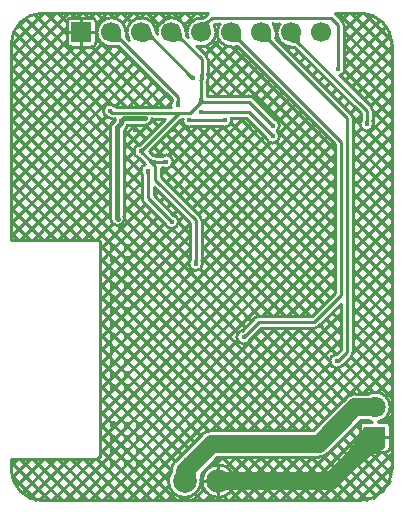
<source format=gbl>
G04 Layer: BottomLayer*
G04 EasyEDA Pro v2.1.57.773a98f1.225d47, 2024-05-26 20:13:35*
G04 Gerber Generator version 0.3*
G04 Scale: 100 percent, Rotated: No, Reflected: No*
G04 Dimensions in millimeters*
G04 Leading zeros omitted, absolute positions, 3 integers and 5 decimals*
%FSLAX35Y35*%
%MOMM*%
%ADD10C,0.254*%
%ADD11C,2.0*%
%ADD12R,1.7X1.7*%
%ADD13C,1.7*%
%ADD14C,1.8*%
%ADD15R,1.8X1.8*%
%ADD16C,0.4*%
%ADD17C,0.5056*%
%ADD18C,0.5*%
%ADD19C,0.6*%
%ADD20C,1.5*%
G75*

G54D10*

G04 Copper Start*
G01X300000Y-4161646D02*
G02X38354Y-3900000I0J261646D01*
G01Y-3810025D01*
G01X774700D01*
G03X787425Y-3797300I0J12725D01*
G01Y-1968500D01*
G03X774700Y-1955775I-12725J0D01*
G01X38354D01*
G01Y-300000D01*
G02X300000Y-38354I261646J0D01*
G01X1705634D01*
G01X1703799Y-40099D01*
G01X1679321Y-64578D01*
G01X1678089Y-65714D01*
G01X1677120Y-66483D01*
G01X1675812Y-67385D01*
G01X1674180Y-68370D01*
G01X1672448Y-69290D01*
G01X1668847Y-70928D01*
G01X1665010Y-72378D01*
G01X1660839Y-73681D01*
G01X1656618Y-74757D01*
G01X1650568Y-75931D01*
G01X1644604Y-76698D01*
G01X1641926Y-76911D01*
G03X1526646Y-200000I8074J-123089D01*
G03X1533162Y-239561I123354J0D01*
G01X1527190Y-233589D01*
G01X1525714Y-231985D01*
G01X1524979Y-231039D01*
G01X1524363Y-230090D01*
G01X1523801Y-229049D01*
G01X1523258Y-227826D01*
G01X1522722Y-226343D01*
G01X1522264Y-224771D01*
G01X1521464Y-221108D01*
G01X1520861Y-217102D01*
G01X1520019Y-207866D01*
G01X1519172Y-193297D01*
G01X1519112Y-192275D01*
G03X1396000Y-76646I-123112J-7725D01*
G03X1272646Y-200000I0J-123354D01*
G03X1273184Y-211505I123354J0D01*
G01X1271051Y-207888D01*
G01X1269128Y-204183D01*
G01X1267542Y-200636D01*
G01X1266265Y-197193D01*
G01X1265773Y-195566D01*
G01X1265406Y-194052D01*
G01X1265211Y-192946D01*
G01X1265057Y-191445D01*
G03X1142000Y-76646I-123057J-8556D01*
G03X1018646Y-200000I0J-123354D01*
G03X1036015Y-263114I123354J0D01*
G01X1012709Y-239808D01*
G01X1011097Y-238090D01*
G01X1010188Y-236976D01*
G01X1010035Y-236762D01*
G01X1009872Y-236507D01*
G01X1009843Y-236456D01*
G01X1009789Y-236132D01*
G01X1009723Y-235479D01*
G01X1009687Y-234622D01*
G01X1009739Y-231570D01*
G01X1010867Y-216544D01*
G01X1010932Y-215461D01*
G01X1011355Y-206395D01*
G01X1011397Y-204609D01*
G01X1011395Y-204264D01*
G01X1011353Y-199602D01*
G01X1011340Y-198181D01*
G01X1011332Y-197267D01*
G01X1011286Y-195696D01*
G01X1011258Y-195138D01*
G03X1011112Y-192275I-123258J-4862D01*
G03X888000Y-76646I-123112J-7725D01*
G03X764646Y-200000I0J-123354D01*
G03X880275Y-323112I123354J0D01*
G03X888000Y-323354I7725J123112D01*
G03X918643Y-319487I0J123354D01*
G01X935323Y-316821D01*
G01X941817Y-316197D01*
G01X944608Y-316109D01*
G01X1396746Y-768247D01*
G01Y-784539D01*
G03X1389446Y-812800I51054J-28261D01*
G03X1391541Y-828294I58354J0D01*
G01X922761D01*
G03X876300Y-805246I-46461J-35306D01*
G03X817946Y-863600I0J-58354D01*
G03X861074Y-919932I58354J0D01*
G03X892048Y-930402I30974J40585D01*
G01X916692D01*
G03X913794Y-939581I54008J-22098D01*
G01X893238Y-960138D01*
G03X876146Y-1001400I41262J-41262D01*
G01Y-1772700D01*
G03X893238Y-1813963I58354J0D01*
G01X898537Y-1819262D01*
G01X898538D01*
G03X939800Y-1836354I41262J41262D01*
G03X998154Y-1778000I0J58354D01*
G03X992854Y-1753701I-58354J0D01*
G01Y-1025571D01*
G01X1011963Y-1006462D01*
G03X1024830Y-986998I-41262J41262D01*
G01X1174672D01*
G03X1232999Y-930402I0J58354D01*
G01X1339697D01*
G01X1119683Y-1150416D01*
G03X1077446Y-1206500I16117J-56084D01*
G03X1119683Y-1262584I58354J0D01*
G01X1173858Y-1316759D01*
G03X1135446Y-1371600I19942J-54841D01*
G03X1142746Y-1399861I58354J0D01*
G01Y-1600200D01*
G03X1157699Y-1636301I51054J0D01*
G01X1340916Y-1819517D01*
G03X1397000Y-1861754I56084J16117D01*
G03X1455354Y-1803400I0J58354D01*
G03X1413117Y-1747316I-58354J0D01*
G01X1244854Y-1579053D01*
G01Y-1507555D01*
G01X1550445Y-1813146D01*
G01Y-2130739D01*
G03X1543145Y-2159000I51054J-28261D01*
G03X1601499Y-2217354I58354J0D01*
G03X1659853Y-2159000I0J58354D01*
G03X1652553Y-2130739I-58354J0D01*
G01Y-1791999D01*
G03X1637599Y-1755898I-51054J0D01*
G01X1308354Y-1426653D01*
G01Y-1346454D01*
G01X1323439D01*
G03X1351700Y-1353754I28261J51054D01*
G03X1410054Y-1295400I0J58354D01*
G03X1351700Y-1237046I-58354J0D01*
G03X1323439Y-1244346I0J-58354D01*
G01X1263596D01*
G01X1262543Y-1244302D01*
G01X1261572Y-1244193D01*
G01X1260203Y-1243956D01*
G01X1256792Y-1243150D01*
G01X1253037Y-1242013D01*
G01X1249006Y-1240545D01*
G01X1244974Y-1238834D01*
G01X1241199Y-1236992D01*
G01X1237943Y-1235166D01*
G01X1235246Y-1233412D01*
G01X1234379Y-1232764D01*
G01X1233614Y-1232111D01*
G01X1233570Y-1232068D01*
G01X1208001Y-1206500D01*
G01X1471549Y-942952D01*
G01X1472325Y-942239D01*
G01X1473089Y-941629D01*
G01X1474225Y-940828D01*
G01X1477206Y-938986D01*
G01X1480665Y-937135D01*
G01X1484554Y-935322D01*
G01X1488615Y-933681D01*
G01X1490246Y-933120D01*
G03X1489028Y-944982I57136J-11861D01*
G03X1547382Y-1003336I58354J0D01*
G03X1575643Y-996036I0J58354D01*
G01X1820357D01*
G03X1848618Y-1003336I28261J51054D01*
G03X1906972Y-944982I0J58354D01*
G03X1904246Y-927354I-58354J0D01*
G01X2029053D01*
G01X2197316Y-1095617D01*
G03X2253400Y-1137854I56084J16117D01*
G03X2311754Y-1079500I0J58354D01*
G03X2291207Y-1035050I-58354J0D01*
G03X2311754Y-990600I-37807J44450D01*
G03X2269517Y-934516I-58354J0D01*
G01X2086301Y-751299D01*
G03X2050200Y-736346I-36101J-36101D01*
G01X1694854D01*
G01Y-622697D01*
G03X1709354Y-584200I-43854J38497D01*
G03X1701465Y-554901I-58354J0D01*
G01Y-429012D01*
G03X1686512Y-392911I-51054J0D01*
G01X1610439Y-316838D01*
G03X1650000Y-323354I39561J116838D01*
G03X1773112Y-207725I0J123354D01*
G03X1773354Y-200000I-123112J7725D01*
G03X1758637Y-141570I-123354J0D01*
G01X1758313Y-140563D01*
G01X1756687Y-134425D01*
G01X1756204Y-132097D01*
G01X1761047Y-127254D01*
G01X1804380D01*
G03X1780646Y-200000I99620J-72746D01*
G03X1896275Y-323112I123354J0D01*
G03X1902911Y-323349I7725J123112D01*
G01X1903925Y-323363D01*
G01X1904871Y-323351D01*
G01X1904872D01*
G03X1909211Y-323244I-872J123351D01*
G01X1909799Y-323229D01*
G01X1911913Y-323119D01*
G01X1916548Y-322748D01*
G01X1918759Y-322506D01*
G01X1924525Y-321706D01*
G01X1926810Y-321319D01*
G01X1933438Y-319987D01*
G01X1935065Y-319623D01*
G01X1948081Y-316413D01*
G01X1950165Y-318366D01*
G01X2781046Y-1149247D01*
G01Y-2404553D01*
G01X2582353Y-2603246D01*
G01X2133600D01*
G03X2097499Y-2618199I0J-51054D01*
G01X1990483Y-2725216D01*
G03X1948246Y-2781300I16117J-56084D01*
G03X2006600Y-2839654I58354J0D01*
G03X2062684Y-2797417I0J58354D01*
G01X2154747Y-2705354D01*
G01X2603500D01*
G03X2639601Y-2690401I0J51054D01*
G01X2831846Y-2498155D01*
G01Y-2887153D01*
G01X2792841Y-2926158D01*
G01X2790346Y-2926261D01*
G03X2735646Y-2984500I3654J-58239D01*
G03X2794000Y-3042854I58354J0D01*
G03X2831794Y-3028961I0J58354D01*
G03X2842801Y-3020601I-25094J44461D01*
G01X2855704Y-3007697D01*
G01X2919001Y-2944401D01*
G03X2933954Y-2908300I-36101J36101D01*
G01Y-924900D01*
G03X2919001Y-888799I-51054J0D01*
G01X2276366Y-246165D01*
G01X2274413Y-244082D01*
G01X2277623Y-231066D01*
G01X2277987Y-229439D01*
G01Y-229438D01*
G01X2279318Y-222811D01*
G01Y-222810D01*
G01X2279706Y-220525D01*
G01X2280506Y-214759D01*
G01X2280748Y-212548D01*
G01X2281119Y-207913D01*
G01X2281229Y-205800D01*
G01X2281244Y-205211D01*
G03X2281351Y-200872I-123244J5211D01*
G01Y-200871D01*
G01X2281362Y-199925D01*
G01X2281349Y-198911D01*
G03X2281112Y-192275I-123349J-1089D01*
G03X2257620Y-127254I-123112J-7725D01*
G01X2312380D01*
G03X2288646Y-200000I99620J-72746D01*
G03X2403920Y-323089I123354J0D01*
G01X2422323Y-324558D01*
G01X2428556Y-325454D01*
G01X2432634Y-326299D01*
G01X2434718Y-326854D01*
G01X2436687Y-327489D01*
G01X2438366Y-328143D01*
G01X2439786Y-328805D01*
G01X2440989Y-329473D01*
G01X2442032Y-330161D01*
G01X2442980Y-330901D01*
G01X2444485Y-332286D01*
G01X2996946Y-884747D01*
G01Y-949639D01*
G03X2989646Y-977900I51054J-28261D01*
G03X3048000Y-1036254I58354J0D01*
G03X3106354Y-977900I0J58354D01*
G03X3099054Y-949639I-58354J0D01*
G01Y-863600D01*
G03X3084101Y-827499I-51054J0D01*
G01X2821140Y-564539D01*
G03X2865054Y-508000I-14440J56539D01*
G03X2857754Y-479739I-58354J0D01*
G01Y-139700D01*
G03X2842801Y-103599I-51054J0D01*
G01X2779301Y-40099D01*
G01X2777466Y-38354D01*
G01X3000000D01*
G02X3261646Y-300000I0J-261646D01*
G01Y-3900000D01*
G02X3000000Y-4161646I-261646J0D01*
G01X300000D01*
G01X1369646Y-4000000D02*
G03X1508000Y-4138354I138354J0D01*
G03X1646083Y-4008664I0J138354D01*
G03X1646354Y-4000000I-138083J8664D01*
G03X1645063Y-3981142I-138354J0D01*
G01X1643087Y-3957771D01*
G01X1642615Y-3946026D01*
G01X1642688Y-3941640D01*
G01X1642958Y-3937917D01*
G01X1643214Y-3936193D01*
G01X1783053Y-3796354D01*
G01X2641600D01*
G03X2721753Y-3763153I0J113354D01*
G01X2998553Y-3486354D01*
G01X3059787D01*
G03X3093775Y-3498646I60213J113354D01*
G01X3030000D01*
G03X2991646Y-3537000I0J-38354D01*
G01Y-3717000D01*
G03X3030000Y-3755354I38354J0D01*
G01X3210000D01*
G03X3248354Y-3717000I0J38354D01*
G01Y-3537000D01*
G03X3210000Y-3498646I-38354J0D01*
G01X3146225D01*
G03X3248354Y-3373000I-26225J125646D01*
G03X3120000Y-3244646I-128354J0D01*
G03X3059787Y-3259646I0J-128354D01*
G01X2951600D01*
G03X2871447Y-3292847I0J-113354D01*
G01X2594647Y-3569646D01*
G01X1736100D01*
G03X1655947Y-3602847I0J-113354D01*
G01X1479665Y-3779128D01*
G01X1427847Y-3830946D01*
G01Y-3830947D01*
G03X1394646Y-3911100I80153J-80153D01*
G01Y-3920673D01*
G03X1369646Y-4000000I113354J-79327D01*
G01X1792000Y-4138354D02*
G03X1930354Y-4000000I0J138354D01*
G03X1792000Y-3861646I-138354J0D01*
G03X1653646Y-4000000I0J-138354D01*
G03X1792000Y-4138354I138354J0D01*
G01X510646Y-285000D02*
G03X549000Y-323354I38354J0D01*
G01X719000D01*
G03X757354Y-285000I0J38354D01*
G01Y-115000D01*
G03X719000Y-76646I-38354J0D01*
G01X549000D01*
G03X510646Y-115000I0J-38354D01*
G01Y-285000D01*
G01X3098453Y-4142416D02*
G01X3242416Y-3998453D01*
G01X2971460Y-4161646D02*
G01X3261646Y-3871460D01*
G01X2863697Y-4161646D02*
G01X3261646Y-3763697D01*
G01X2755934Y-4161646D02*
G01X3162226Y-3755354D01*
G01X3248354Y-3669226D02*
G01X3261646Y-3655934D01*
G01X2648171Y-4161646D02*
G01X3054463Y-3755354D01*
G01X3248354Y-3561463D02*
G01X3261646Y-3548171D01*
G01X2540408Y-4161646D02*
G01X2991646Y-3710408D01*
G01X3203408Y-3498646D02*
G01X3261646Y-3440408D01*
G01X2432645Y-4161646D02*
G01X2991646Y-3602645D01*
G01X3245961Y-3348330D02*
G01X3261646Y-3332645D01*
G01X2324882Y-4161646D02*
G01X3000174Y-3486354D01*
G01X3207466Y-3279062D02*
G01X3261646Y-3224882D01*
G01X2217119Y-4161646D02*
G01X2582411Y-3796354D01*
G01X3133415Y-3245349D02*
G01X3261646Y-3117119D01*
G01X2109356Y-4161646D02*
G01X2474648Y-3796354D01*
G01X3011355Y-3259646D02*
G01X3261646Y-3009356D01*
G01X2001593Y-4161646D02*
G01X2366885Y-3796354D01*
G01X2593593Y-3569646D02*
G01X3261646Y-2901593D01*
G01X1893829Y-4161646D02*
G01X2259121Y-3796354D01*
G01X2485829Y-3569646D02*
G01X3261646Y-2793829D01*
G01X1786066Y-4161646D02*
G01X1810617Y-4137096D01*
G01X1929096Y-4018617D02*
G01X2151358Y-3796354D01*
G01X2378066Y-3569646D02*
G01X3261646Y-2686066D01*
G01X1678303Y-4161646D02*
G01X1721127Y-4118823D01*
G01X1910823Y-3929127D02*
G01X2043595Y-3796354D01*
G01X2270303Y-3569646D02*
G01X2797182Y-3042767D01*
G01X2933954Y-2905995D02*
G01X3261646Y-2578303D01*
G01X1570540Y-4161646D02*
G01X1668945Y-4063241D01*
G01X1855241Y-3876945D02*
G01X1935832Y-3796354D01*
G01X2162540Y-3569646D02*
G01X2736691Y-2995495D01*
G01X2933954Y-2798232D02*
G01X3261646Y-2470540D01*
G01X1462777Y-4161646D02*
G01X1487584Y-4136839D01*
G01X1644924Y-3979499D02*
G01X1657710Y-3966713D01*
G01X1758713Y-3865710D02*
G01X1828069Y-3796354D01*
G01X2054777Y-3569646D02*
G01X2831846Y-2792577D01*
G01X2933954Y-2690469D02*
G01X3261646Y-2362777D01*
G01X1355014Y-4161646D02*
G01X1414595Y-4102065D01*
G01X1947014Y-3569646D02*
G01X2831846Y-2684814D01*
G01X2933954Y-2582706D02*
G01X3261646Y-2255014D01*
G01X1247251Y-4161646D02*
G01X1374095Y-4034802D01*
G01X1839251Y-3569646D02*
G01X2831846Y-2577051D01*
G01X2933954Y-2474943D02*
G01X3261646Y-2147251D01*
G01X1139488Y-4161646D02*
G01X1394744Y-3906390D01*
G01X1731390Y-3569744D02*
G01X2595780Y-2705354D01*
G01X2933954Y-2367180D02*
G01X3261646Y-2039488D01*
G01X1031725Y-4161646D02*
G01X2488017Y-2705354D01*
G01X2933954Y-2259417D02*
G01X3261646Y-1931725D01*
G01X923962Y-4161646D02*
G01X2380254Y-2705354D01*
G01X2482362Y-2603246D02*
G01X2781046Y-2304562D01*
G01X2933954Y-2151654D02*
G01X3261646Y-1823962D01*
G01X816199Y-4161646D02*
G01X2272491Y-2705354D01*
G01X2374599Y-2603246D02*
G01X2781046Y-2196799D01*
G01X2933954Y-2043891D02*
G01X3261646Y-1716199D01*
G01X708436Y-4161646D02*
G01X2043931Y-2826151D01*
G01X2051451Y-2818631D02*
G01X2164728Y-2705354D01*
G01X2266836Y-2603246D02*
G01X2781046Y-2089036D01*
G01X2933954Y-1936128D02*
G01X3261646Y-1608436D01*
G01X600673Y-4161646D02*
G01X1954579Y-2807739D01*
G01X2159073Y-2603246D02*
G01X2781046Y-1981273D01*
G01X2933954Y-1828365D02*
G01X3261646Y-1500673D01*
G01X492910Y-4161646D02*
G01X2781046Y-1873510D01*
G01X2933954Y-1720602D02*
G01X3261646Y-1392909D01*
G01X385146Y-4161646D02*
G01X736767Y-3810025D01*
G01X787425Y-3759367D02*
G01X2781046Y-1765746D01*
G01X2933954Y-1612838D02*
G01X3261646Y-1285146D01*
G01X278286Y-4160743D02*
G01X629004Y-3810025D01*
G01X787425Y-3651604D02*
G01X2781046Y-1657983D01*
G01X2933954Y-1505075D02*
G01X3261646Y-1177383D01*
G01X192655Y-4138612D02*
G01X521241Y-3810025D01*
G01X787425Y-3543841D02*
G01X2781046Y-1550220D01*
G01X2933954Y-1397312D02*
G01X3261646Y-1069620D01*
G01X127114Y-4096390D02*
G01X413478Y-3810025D01*
G01X787425Y-3436078D02*
G01X2781046Y-1442457D01*
G01X2933954Y-1289549D02*
G01X3261646Y-961857D01*
G01X77719Y-4038021D02*
G01X305715Y-3810025D01*
G01X787425Y-3328315D02*
G01X2781046Y-1334694D01*
G01X2933954Y-1181786D02*
G01X3261646Y-854094D01*
G01X45839Y-3962138D02*
G01X197952Y-3810025D01*
G01X787425Y-3220552D02*
G01X2781046Y-1226931D01*
G01X2933954Y-1074023D02*
G01X2998761Y-1009216D01*
G01X3099054Y-908923D02*
G01X3261646Y-746331D01*
G01X38354Y-3861860D02*
G01X90189Y-3810025D01*
G01X787425Y-3112789D02*
G01X2766006Y-1134208D01*
G01X2933954Y-966260D02*
G01X2996946Y-903268D01*
G01X3078408Y-821806D02*
G01X3261646Y-638568D01*
G01X787425Y-3005026D02*
G01X1579431Y-2213020D01*
G01X1655519Y-2136932D02*
G01X2712125Y-1080326D01*
G01X2911326Y-881125D02*
G01X2952325Y-840126D01*
G01X3024526Y-767925D02*
G01X3261646Y-530805D01*
G01X787425Y-2897262D02*
G01X1547291Y-2137397D01*
G01X1652553Y-2032135D02*
G01X2658243Y-1026445D01*
G01X2857444Y-827243D02*
G01X2898443Y-786245D01*
G01X2970645Y-714043D02*
G01X3261646Y-423042D01*
G01X787425Y-2789499D02*
G01X1550445Y-2026480D01*
G01X1652553Y-1924372D02*
G01X2604362Y-972563D01*
G01X2803563Y-773362D02*
G01X2844562Y-732363D01*
G01X2916763Y-660162D02*
G01X3261646Y-315279D01*
G01X787425Y-2681736D02*
G01X1550445Y-1918717D01*
G01X1652553Y-1816609D02*
G01X2550480Y-918682D01*
G01X2749681Y-719480D02*
G01X2790680Y-678481D01*
G01X2862881Y-606280D02*
G01X3249127Y-220035D01*
G01X787425Y-2573973D02*
G01X1549349Y-1812050D01*
G01X1621550Y-1739849D02*
G01X2228925Y-1132473D01*
G01X2306373Y-1055025D02*
G01X2496599Y-864800D01*
G01X2695800Y-665599D02*
G01X2736799Y-624600D01*
G01X2864070Y-497329D02*
G01X3213146Y-148252D01*
G01X787425Y-2466210D02*
G01X1392089Y-1861547D01*
G01X1455147Y-1798489D02*
G01X1495467Y-1758168D01*
G01X1567668Y-1685967D02*
G01X2177667Y-1075968D01*
G01X2299198Y-954437D02*
G01X2442717Y-810918D01*
G01X2641918Y-611717D02*
G01X2682917Y-570718D01*
G01X2857754Y-395882D02*
G01X3160371Y-93264D01*
G01X787425Y-2358447D02*
G01X1333636Y-1812237D01*
G01X1405837Y-1740036D02*
G01X1441586Y-1704287D01*
G01X1513787Y-1632086D02*
G01X2123786Y-1022087D01*
G01X2240437Y-905436D02*
G01X2388836Y-757037D01*
G01X2588037Y-557836D02*
G01X2629036Y-516837D01*
G01X2857754Y-288118D02*
G01X3091134Y-54738D01*
G01X787425Y-2250684D02*
G01X1279754Y-1758355D01*
G01X1351955Y-1686154D02*
G01X1387704Y-1650405D01*
G01X1459905Y-1578204D02*
G01X2069904Y-968205D01*
G01X2186555Y-851554D02*
G01X2334954Y-703155D01*
G01X2534155Y-503954D02*
G01X2575154Y-462955D01*
G01X2857754Y-180355D02*
G01X2999755Y-38354D01*
G01X787425Y-2142921D02*
G01X1225873Y-1704474D01*
G01X1298074Y-1632273D02*
G01X1333823Y-1596524D01*
G01X1406024Y-1524323D02*
G01X2002992Y-927354D01*
G01X2132674Y-797672D02*
G01X2281072Y-649274D01*
G01X2480274Y-450073D02*
G01X2521273Y-409074D01*
G01X2834774Y-95573D02*
G01X2891992Y-38354D01*
G01X787425Y-2035158D02*
G01X1171991Y-1650592D01*
G01X1244854Y-1577729D02*
G01X1279941Y-1542642D01*
G01X1352142Y-1470441D02*
G01X1824476Y-998107D01*
G01X2078003Y-744580D02*
G01X2227191Y-595392D01*
G01X2426392Y-396191D02*
G01X2467391Y-355192D01*
G01X2780892Y-41691D02*
G01X2784229Y-38354D01*
G01X759046Y-1955775D02*
G01X897048Y-1817773D01*
G01X992854Y-1721966D02*
G01X1142746Y-1572074D01*
G01X1308354Y-1406466D02*
G01X1361979Y-1352842D01*
G01X1409142Y-1305678D02*
G01X1718785Y-996036D01*
G01X1978474Y-736346D02*
G01X2173309Y-541511D01*
G01X2372511Y-342310D02*
G01X2392947Y-321874D01*
G01X651283Y-1955775D02*
G01X876146Y-1730911D01*
G01X992854Y-1614203D02*
G01X1142746Y-1464311D01*
G01X1367758Y-1239299D02*
G01X1611022Y-996036D01*
G01X1870711Y-736346D02*
G01X2119428Y-487629D01*
G01X2318629Y-288428D02*
G01X2322339Y-284718D01*
G01X543519Y-1955775D02*
G01X876146Y-1623148D01*
G01X992854Y-1506440D02*
G01X1136047Y-1363247D01*
G01X1256294Y-1243000D02*
G01X1509730Y-989564D01*
G01X1762948Y-736346D02*
G01X2065546Y-433748D01*
G01X2279857Y-219437D02*
G01X2289071Y-210223D01*
G01X435756Y-1955775D02*
G01X876146Y-1515385D01*
G01X992854Y-1398677D02*
G01X1124315Y-1267216D01*
G01X1694854Y-696677D02*
G01X2011665Y-379866D01*
G01X2260363Y-131168D02*
G01X2264277Y-127254D01*
G01X327993Y-1955775D02*
G01X876146Y-1407622D01*
G01X992854Y-1290914D02*
G01X1077446Y-1206321D01*
G01X1708644Y-575124D02*
G01X1957783Y-325985D01*
G01X220230Y-1955775D02*
G01X876146Y-1299859D01*
G01X992854Y-1183151D02*
G01X1191480Y-984524D01*
G01X1230553Y-945452D02*
G01X1245603Y-930402D01*
G01X1347711Y-828294D02*
G01X1396746Y-779259D01*
G01X1701465Y-474539D02*
G01X1860555Y-315450D01*
G01X112467Y-1955775D02*
G01X876146Y-1192096D01*
G01X992854Y-1075388D02*
G01X1081244Y-986998D01*
G01X1239948Y-828294D02*
G01X1348370Y-719872D01*
G01X1680921Y-387320D02*
G01X1800749Y-267493D01*
G01X38354Y-1922125D02*
G01X876146Y-1084333D01*
G01X1132185Y-828294D02*
G01X1294489Y-665990D01*
G01X1627040Y-333439D02*
G01X1637736Y-322743D01*
G01X1772743Y-187736D02*
G01X1782656Y-177822D01*
G01X38354Y-1814362D02*
G01X913997Y-938719D01*
G01X1024422Y-828294D02*
G01X1240607Y-612108D01*
G01X38354Y-1706599D02*
G01X837641Y-907311D01*
G01X920011Y-824941D02*
G01X1186726Y-558227D01*
G01X1521890Y-223062D02*
G01X1527839Y-217113D01*
G01X38354Y-1598835D02*
G01X1132844Y-504345D01*
G01X1501353Y-135837D02*
G01X1598835Y-38354D01*
G01X38354Y-1491072D02*
G01X1078963Y-450464D01*
G01X1443336Y-86090D02*
G01X1491072Y-38354D01*
G01X38354Y-1383309D02*
G01X1025081Y-396582D01*
G01X1259430Y-162233D02*
G01X1305709Y-115955D01*
G01X1311955Y-109709D02*
G01X1383309Y-38354D01*
G01X38354Y-1275546D02*
G01X971199Y-342701D01*
G01X1214035Y-99865D02*
G01X1275546Y-38354D01*
G01X38354Y-1167783D02*
G01X882889Y-323248D01*
G01X1011248Y-194889D02*
G01X1019357Y-186781D01*
G01X1128780Y-77357D02*
G01X1167783Y-38354D01*
G01X38354Y-1060020D02*
G01X806117Y-292257D01*
G01X980257Y-118117D02*
G01X1060020Y-38354D01*
G01X38354Y-952257D02*
G01X667257Y-323354D01*
G01X757354Y-233257D02*
G01X766939Y-223672D01*
G01X911672Y-78939D02*
G01X952257Y-38354D01*
G01X38354Y-844494D02*
G01X559494Y-323354D01*
G01X757354Y-125494D02*
G01X844494Y-38354D01*
G01X38354Y-736731D02*
G01X510646Y-264439D01*
G01X698439Y-76646D02*
G01X736731Y-38354D01*
G01X38354Y-628968D02*
G01X510646Y-156676D01*
G01X590676Y-76646D02*
G01X628968Y-38354D01*
G01X38354Y-521205D02*
G01X521205Y-38354D01*
G01X38354Y-413442D02*
G01X413442Y-38354D01*
G01X38354Y-305679D02*
G01X305679Y-38354D01*
G01X84159Y-152111D02*
G01X152111Y-84159D01*
G01X3260349Y-273980D02*
G01X3026020Y-39651D01*
G01X3261646Y-383040D02*
G01X2916960Y-38354D01*
G01X3261646Y-490803D02*
G01X2809197Y-38354D01*
G01X3261646Y-598566D02*
G01X2857754Y-194674D01*
G01X3261646Y-706329D02*
G01X2857754Y-302437D01*
G01X3261646Y-814092D02*
G01X2857754Y-410200D01*
G01X3261646Y-921855D02*
G01X2863029Y-523238D01*
G01X3261646Y-1029618D02*
G01X3099054Y-867026D01*
G01X3261646Y-1137381D02*
G01X3106213Y-981949D01*
G01X2292742Y-168477D02*
G01X2267535Y-143270D01*
G01X3261646Y-1245144D02*
G01X3052576Y-1036074D01*
G01X2989826Y-973324D02*
G01X2933308Y-916807D01*
G01X3261646Y-1352907D02*
G01X2933954Y-1025215D01*
G01X3261646Y-1460671D02*
G01X2933954Y-1132979D01*
G01X3261646Y-1568434D02*
G01X2933954Y-1240742D01*
G01X3261646Y-1676197D02*
G01X2933954Y-1348505D01*
G01X2781046Y-1195597D02*
G01X1908713Y-323264D01*
G01X1780736Y-195287D02*
G01X1772692Y-187243D01*
G01X1659478Y-74028D02*
G01X1623803Y-38354D01*
G01X3261646Y-1783960D02*
G01X2933954Y-1456268D01*
G01X2781046Y-1303360D02*
G01X1749962Y-272276D01*
G01X1577724Y-100038D02*
G01X1516040Y-38354D01*
G01X3261646Y-1891723D02*
G01X2933954Y-1564031D01*
G01X2781046Y-1411123D02*
G01X1687454Y-317530D01*
G01X1532470Y-162546D02*
G01X1489726Y-119803D01*
G01X1476197Y-106274D02*
G01X1408277Y-38354D01*
G01X3261646Y-1999486D02*
G01X2933954Y-1671794D01*
G01X2781046Y-1518886D02*
G01X2294341Y-1032181D01*
G01X1998506Y-736346D02*
G01X1701465Y-439305D01*
G01X1348372Y-86212D02*
G01X1300514Y-38354D01*
G01X3261646Y-2107249D02*
G01X2933954Y-1779557D01*
G01X2781046Y-1626649D02*
G01X2283742Y-1129345D01*
G01X1890743Y-736346D02*
G01X1701465Y-547068D01*
G01X1290491Y-136094D02*
G01X1192751Y-38354D01*
G01X3261646Y-2215012D02*
G01X2933954Y-1887320D01*
G01X2781046Y-1734412D02*
G01X1973988Y-927354D01*
G01X1782980Y-736346D02*
G01X1694854Y-648220D01*
G01X1124524Y-77890D02*
G01X1084988Y-38354D01*
G01X3261646Y-2322775D02*
G01X2933954Y-1995083D01*
G01X2781046Y-1842175D02*
G01X1903548Y-964677D01*
G01X1053225Y-114354D02*
G01X977225Y-38354D01*
G01X3261646Y-2430538D02*
G01X2933954Y-2102846D01*
G01X2781046Y-1949938D02*
G01X1832039Y-1000931D01*
G01X1019220Y-188113D02*
G01X1009435Y-178327D01*
G01X909673Y-78565D02*
G01X869462Y-38354D01*
G01X3261646Y-2538301D02*
G01X2933954Y-2210609D01*
G01X2781046Y-2057701D02*
G01X1719380Y-996036D01*
G01X820257Y-96912D02*
G01X761699Y-38354D01*
G01X3261646Y-2646064D02*
G01X2933954Y-2318372D01*
G01X2781046Y-2165464D02*
G01X1611617Y-996036D01*
G01X1396746Y-781164D02*
G01X932805Y-317224D01*
G01X772437Y-156856D02*
G01X757354Y-141772D01*
G01X692228Y-76646D02*
G01X653936Y-38354D01*
G01X3261646Y-2753827D02*
G01X2933954Y-2426135D01*
G01X2781046Y-2273227D02*
G01X1461160Y-953341D01*
G01X1336112Y-828294D02*
G01X757354Y-249535D01*
G01X584465Y-76646D02*
G01X546173Y-38354D01*
G01X3261646Y-2861591D02*
G01X2933954Y-2533898D01*
G01X2781046Y-2380990D02*
G01X1407278Y-1007223D01*
G01X1335077Y-935022D02*
G01X1330457Y-930402D01*
G01X1228349Y-828294D02*
G01X723181Y-323125D01*
G01X510875Y-110819D02*
G01X438410Y-38354D01*
G01X3261646Y-2969354D02*
G01X2933954Y-2641662D01*
G01X2831846Y-2539554D02*
G01X2811147Y-2518854D01*
G01X2738946Y-2446653D02*
G01X1353397Y-1061104D01*
G01X1281196Y-988903D02*
G01X1231973Y-939680D01*
G01X1120586Y-828294D02*
G01X615646Y-323354D01*
G01X510646Y-218354D02*
G01X330646Y-38354D01*
G01X3261646Y-3077117D02*
G01X2933954Y-2749425D01*
G01X2831846Y-2647317D02*
G01X2757265Y-2572736D01*
G01X2685064Y-2500535D02*
G01X1299515Y-1114986D01*
G01X1227314Y-1042785D02*
G01X1171527Y-986998D01*
G01X1012823Y-828294D02*
G01X231901Y-47372D01*
G01X3261646Y-3184880D02*
G01X2933954Y-2857188D01*
G01X2831846Y-2755080D02*
G01X2703384Y-2626617D01*
G01X2631183Y-2554416D02*
G01X1401907Y-1325140D01*
G01X1321112Y-1244346D02*
G01X1245634Y-1168868D01*
G01X1173433Y-1096666D02*
G01X1063764Y-986998D01*
G01X882324Y-805558D02*
G01X157397Y-80631D01*
G01X3261646Y-3292643D02*
G01X2916202Y-2947199D01*
G01X2831846Y-2862843D02*
G01X2649502Y-2680499D01*
G01X2572249Y-2603246D02*
G01X1315457Y-1346454D01*
G01X1119478Y-1150475D02*
G01X993714Y-1024711D01*
G01X911189Y-942186D02*
G01X899405Y-930402D01*
G01X819448Y-850445D02*
G01X100140Y-131137D01*
G01X3261646Y-3400406D02*
G01X3247651Y-3386411D01*
G01X3106589Y-3245349D02*
G01X2862321Y-3001081D01*
G01X2787725Y-2926484D02*
G01X2566594Y-2705354D01*
G01X2464486Y-2603246D02*
G01X1652548Y-1791308D01*
G01X1078434Y-1217194D02*
G01X992854Y-1131614D01*
G01X876146Y-1014906D02*
G01X59110Y-197870D01*
G01X3261646Y-3508169D02*
G01X3213941Y-3460464D01*
G01X3013123Y-3259646D02*
G01X2796286Y-3042809D01*
G01X2735691Y-2982214D02*
G01X2458831Y-2705354D01*
G01X2356723Y-2603246D02*
G01X1652553Y-1899076D01*
G01X1136594Y-1383117D02*
G01X992854Y-1239377D01*
G01X876146Y-1122669D02*
G01X38768Y-285291D01*
G01X3261646Y-3615932D02*
G01X3248354Y-3602640D01*
G01X2912366Y-3266652D02*
G01X2351068Y-2705354D01*
G01X2248960Y-2603246D02*
G01X1652553Y-2006839D01*
G01X1550445Y-1904731D02*
G01X1455051Y-1809337D01*
G01X1142746Y-1497032D02*
G01X992854Y-1347140D01*
G01X876146Y-1230432D02*
G01X38354Y-392640D01*
G01X3261646Y-3723695D02*
G01X3248354Y-3710403D01*
G01X3036597Y-3498646D02*
G01X3024305Y-3486354D01*
G01X2851122Y-3313171D02*
G01X2243305Y-2705354D01*
G01X2141197Y-2603246D02*
G01X1652553Y-2114602D01*
G01X1550445Y-2012494D02*
G01X1399645Y-1861694D01*
G01X1142974Y-1605023D02*
G01X992854Y-1454903D01*
G01X876146Y-1338195D02*
G01X38354Y-500403D01*
G01X3261646Y-3831458D02*
G01X3185542Y-3755354D01*
G01X2991646Y-3561458D02*
G01X2957547Y-3527359D01*
G01X2797241Y-3367053D02*
G01X2145145Y-2714957D01*
G01X2072943Y-2642755D02*
G01X1636144Y-2205956D01*
G01X1550445Y-2120257D02*
G01X992854Y-1562666D01*
G01X876146Y-1445958D02*
G01X38354Y-608166D01*
G01X3259067Y-3936643D02*
G01X3077779Y-3755354D01*
G01X2991646Y-3669222D02*
G01X2903666Y-3581241D01*
G01X2743359Y-3420934D02*
G01X2091263Y-2768838D01*
G01X2019062Y-2696637D02*
G01X992854Y-1670429D01*
G01X876146Y-1553721D02*
G01X38354Y-715929D01*
G01X3233236Y-4018574D02*
G01X2849784Y-3635123D01*
G01X2689477Y-3474816D02*
G01X2042199Y-2827537D01*
G01X1960363Y-2745701D02*
G01X997917Y-1783255D01*
G01X876146Y-1661484D02*
G01X38354Y-823692D01*
G01X3188429Y-4081530D02*
G01X2795903Y-3689004D01*
G01X2635596Y-3528697D02*
G01X943156Y-1836257D01*
G01X876146Y-1769247D02*
G01X38354Y-931455D01*
G01X3127573Y-4128438D02*
G01X2742021Y-3742886D01*
G01X2568782Y-3569646D02*
G01X38354Y-1039218D01*
G01X3048487Y-4157114D02*
G01X2680751Y-3789378D01*
G01X2461018Y-3569646D02*
G01X38354Y-1146982D01*
G01X2945255Y-4161646D02*
G01X2579963Y-3796354D01*
G01X2353255Y-3569646D02*
G01X787425Y-2003816D01*
G01X739384Y-1955775D02*
G01X38354Y-1254745D01*
G01X2837492Y-4161646D02*
G01X2472200Y-3796354D01*
G01X2245492Y-3569646D02*
G01X787425Y-2111579D01*
G01X631621Y-1955775D02*
G01X38354Y-1362508D01*
G01X2729729Y-4161646D02*
G01X2364437Y-3796354D01*
G01X2137729Y-3569646D02*
G01X787425Y-2219342D01*
G01X523858Y-1955775D02*
G01X38354Y-1470271D01*
G01X2621966Y-4161646D02*
G01X2256674Y-3796354D01*
G01X2029966Y-3569646D02*
G01X787425Y-2327105D01*
G01X416095Y-1955775D02*
G01X38354Y-1578034D01*
G01X2514203Y-4161646D02*
G01X2148911Y-3796354D01*
G01X1922203Y-3569646D02*
G01X787425Y-2434868D01*
G01X308332Y-1955775D02*
G01X38354Y-1685797D01*
G01X2406440Y-4161646D02*
G01X2041148Y-3796354D01*
G01X1814440Y-3569646D02*
G01X787425Y-2542631D01*
G01X200569Y-1955775D02*
G01X38354Y-1793560D01*
G01X2298677Y-4161646D02*
G01X1933385Y-3796354D01*
G01X1709776Y-3572745D02*
G01X787425Y-2650394D01*
G01X92806Y-1955775D02*
G01X38354Y-1901323D01*
G01X2190914Y-4161646D02*
G01X1825622Y-3796354D01*
G01X1644031Y-3614763D02*
G01X787425Y-2758158D01*
G01X2083151Y-4161646D02*
G01X1930088Y-4008583D01*
G01X1783417Y-3861912D02*
G01X1750456Y-3828951D01*
G01X1590149Y-3668644D02*
G01X787425Y-2865921D01*
G01X1975388Y-4161646D02*
G01X1900096Y-4086354D01*
G01X1705646Y-3891904D02*
G01X1696574Y-3882832D01*
G01X1536267Y-3722526D02*
G01X787425Y-2973684D01*
G01X1867625Y-4161646D02*
G01X1836858Y-4130880D01*
G01X1661120Y-3955141D02*
G01X1643079Y-3937101D01*
G01X1482386Y-3776407D02*
G01X787425Y-3081447D01*
G01X1759862Y-4161646D02*
G01X1708629Y-4110413D01*
G01X1681587Y-4083371D02*
G01X1639919Y-4041704D01*
G01X1428504Y-3830289D02*
G01X787425Y-3189210D01*
G01X1652099Y-4161646D02*
G01X1596663Y-4106211D01*
G01X1394845Y-3904392D02*
G01X787425Y-3296973D01*
G01X1544335Y-4161646D02*
G01X1520479Y-4137790D01*
G01X1370210Y-3987520D02*
G01X787425Y-3404736D01*
G01X1436572Y-4161646D02*
G01X787425Y-3512499D01*
G01X1328809Y-4161646D02*
G01X787425Y-3620262D01*
G01X1221046Y-4161646D02*
G01X787425Y-3728025D01*
G01X1113283Y-4161646D02*
G01X761663Y-3810025D01*
G01X1005520Y-4161646D02*
G01X653899Y-3810025D01*
G01X897757Y-4161646D02*
G01X546136Y-3810025D01*
G01X789994Y-4161646D02*
G01X438373Y-3810025D01*
G01X682231Y-4161646D02*
G01X330610Y-3810025D01*
G01X574468Y-4161646D02*
G01X222847Y-3810025D01*
G01X466705Y-4161646D02*
G01X115084Y-3810025D01*
G01X358942Y-4161646D02*
G01X38354Y-3841058D01*
G01X245423Y-4155891D02*
G01X44109Y-3954577D01*
G01X1792000Y-4000000D02*
G01X1666092Y-4000000D01*
G01X1792000Y-4000000D02*
G01X1917908Y-4000000D01*
G01X1792000Y-4000000D02*
G01X1792000Y-3874092D01*
G01X1792000Y-4000000D02*
G01X1792000Y-4125908D01*
G01X634000Y-200000D02*
G01X523092Y-200000D01*
G01X634000Y-200000D02*
G01X744908Y-200000D01*
G01X634000Y-200000D02*
G01X634000Y-89092D01*
G01X634000Y-200000D02*
G01X634000Y-310908D01*
G01X3120000Y-3627000D02*
G01X3120000Y-3742908D01*
G01X3120000Y-3627000D02*
G01X3004092Y-3627000D01*
G01X3120000Y-3627000D02*
G01X3235908Y-3627000D01*
G04 Copper End*

G04 Tear Start*
G36*
G01X1928144Y-4075000D02*
G01X1928144Y-3925000D01*
G01X1923390Y-3925145D01*
G01X1918956Y-3925553D01*
G01X1914814Y-3926180D01*
G01X1910936Y-3926984D01*
G01X1906132Y-3928255D01*
G01X1895551Y-3931805D01*
G01X1889863Y-3933681D01*
G01X1887118Y-3934412D01*
G01X1885308Y-3934793D01*
G01X1883502Y-3935074D01*
G01X1881695Y-3935243D01*
G01X1879877Y-3935287D01*
G01X1878040Y-3935193D01*
G01X1876178Y-3934949D01*
G01X1874280Y-3934542D01*
G01X1872340Y-3933958D01*
G01X1870350Y-3933186D01*
G01X1868302Y-3932213D01*
G01X1866186Y-3931025D01*
G01X1863997Y-3929611D01*
G01X1861724Y-3927957D01*
G01X1858144Y-3925000D01*
G01Y-4075000D01*
G01X1861724Y-4072042D01*
G01X1863997Y-4070389D01*
G01X1866186Y-4068975D01*
G01X1868302Y-4067787D01*
G01X1870350Y-4066814D01*
G01X1872340Y-4066042D01*
G01X1874280Y-4065458D01*
G01X1876178Y-4065051D01*
G01X1878040Y-4064806D01*
G01X1879877Y-4064713D01*
G01X1881695Y-4064757D01*
G01X1883502Y-4064926D01*
G01X1885308Y-4065207D01*
G01X1888028Y-4065812D01*
G01X1891722Y-4066893D01*
G01X1902768Y-4070696D01*
G01X1908485Y-4072404D01*
G01X1913493Y-4073569D01*
G01X1917544Y-4074260D01*
G01X1921878Y-4074745D01*
G01X1926522Y-4074983D01*
G01X1928144Y-4075000D01*
G37*
G36*
G01X1612851Y-3912315D02*
G01X1506785Y-3806249D01*
G01X1505673Y-3807450D01*
G01X1504673Y-3808709D01*
G01X1503784Y-3810025D01*
G01X1503000Y-3811395D01*
G01X1502318Y-3812817D01*
G01X1501734Y-3814287D01*
G01X1501244Y-3815804D01*
G01X1500844Y-3817365D01*
G01X1500530Y-3818968D01*
G01X1500145Y-3822290D01*
G01X1500058Y-3825749D01*
G01X1500238Y-3829326D01*
G01X1500652Y-3833002D01*
G01X1501648Y-3838659D01*
G01X1503508Y-3846366D01*
G01X1510363Y-3869132D01*
G01X1512241Y-3876084D01*
G01X1513256Y-3880926D01*
G01X1513686Y-3883941D01*
G01X1513884Y-3886763D01*
G01X1513885Y-3888096D01*
G01X1513817Y-3889372D01*
G01X1513675Y-3890591D01*
G01X1513455Y-3891750D01*
G01X1513153Y-3892845D01*
G01X1512766Y-3893875D01*
G01X1512289Y-3894837D01*
G01X1511719Y-3895729D01*
G01X1511051Y-3896549D01*
G01X1510282Y-3897293D01*
G01X1509408Y-3897960D01*
G01X1508425Y-3898546D01*
G01X1507329Y-3899051D01*
G01X1506116Y-3899470D01*
G01X1504783Y-3899803D01*
G01X1503324Y-3900046D01*
G01X1501738Y-3900196D01*
G01X1607804Y-4006262D01*
G01X1607921Y-4001484D01*
G01X1607593Y-3993223D01*
G01X1604798Y-3960159D01*
G01X1604248Y-3946479D01*
G01X1604357Y-3939931D01*
G01X1604809Y-3933707D01*
G01X1605670Y-3927904D01*
G01X1606274Y-3925191D01*
G01X1607005Y-3922620D01*
G01X1607872Y-3920202D01*
G01X1608881Y-3917951D01*
G01X1610042Y-3915878D01*
G01X1611363Y-3913995D01*
G01X1612851Y-3912315D01*
G37*
G36*
G01X967197Y-284458D02*
G01X985158Y-266498D01*
G01X982219Y-263366D01*
G01X979707Y-260286D01*
G01X978254Y-258257D01*
G01X976968Y-256243D01*
G01X975841Y-254239D01*
G01X974863Y-252244D01*
G01X974025Y-250252D01*
G01X973320Y-248262D01*
G01X972736Y-246268D01*
G01X972267Y-244269D01*
G01X971755Y-241251D01*
G01X971450Y-238199D01*
G01X971319Y-235101D01*
G01X971410Y-229807D01*
G01X972620Y-213675D01*
G01X973043Y-204609D01*
G01X972980Y-197612D01*
G01X972833Y-194677D01*
G01X882677Y-284833D01*
G01X887182Y-284887D01*
G01X892152Y-284567D01*
G01X903181Y-283118D01*
G01X930457Y-278758D01*
G01X939375Y-277901D01*
G01X945046Y-277722D01*
G01X950407Y-277948D01*
G01X952947Y-278237D01*
G01X955380Y-278657D01*
G01X957697Y-279217D01*
G01X959888Y-279926D01*
G01X961943Y-280795D01*
G01X963853Y-281834D01*
G01X965608Y-283052D01*
G01X967197Y-284458D01*
G37*
G36*
G01X1237226Y-268430D02*
G01X1255187Y-250469D01*
G01X1251451Y-246475D01*
G01X1247747Y-242001D01*
G01X1244141Y-237124D01*
G01X1240699Y-231924D01*
G01X1237486Y-226476D01*
G01X1234571Y-220859D01*
G01X1232018Y-215149D01*
G01X1229894Y-209425D01*
G01X1228749Y-205639D01*
G01X1227845Y-201903D01*
G01X1227199Y-198242D01*
G01X1226833Y-194677D01*
G01X1136677Y-284833D01*
G01X1139647Y-284896D01*
G01X1142704Y-284729D01*
G01X1145840Y-284352D01*
G01X1150676Y-283434D01*
G01X1155646Y-282152D01*
G01X1162440Y-279988D01*
G01X1185140Y-271132D01*
G01X1197226Y-266555D01*
G01X1203924Y-264423D01*
G01X1208802Y-263172D01*
G01X1211970Y-262540D01*
G01X1215062Y-262093D01*
G01X1218072Y-261848D01*
G01X1220990Y-261825D01*
G01X1223810Y-262045D01*
G01X1225181Y-262251D01*
G01X1226524Y-262525D01*
G01X1227840Y-262869D01*
G01X1229125Y-263285D01*
G01X1230381Y-263777D01*
G01X1231605Y-264345D01*
G01X1232797Y-264993D01*
G01X1233956Y-265723D01*
G01X1235082Y-266538D01*
G01X1236172Y-267439D01*
G01X1237226Y-268430D01*
G37*
G36*
G01X1481547Y-278108D02*
G01X1499508Y-260148D01*
G01X1496401Y-256772D01*
G01X1493692Y-253280D01*
G01X1491351Y-249677D01*
G01X1489349Y-245967D01*
G01X1487655Y-242154D01*
G01X1486240Y-238242D01*
G01X1485073Y-234237D01*
G01X1483724Y-228062D01*
G01X1482767Y-221699D01*
G01X1481767Y-210721D01*
G01X1480833Y-194677D01*
G01X1390677Y-284833D01*
G01X1393176Y-284905D01*
G01X1395785Y-284824D01*
G01X1401299Y-284257D01*
G01X1407149Y-283238D01*
G01X1419573Y-280282D01*
G01X1442162Y-274408D01*
G01X1451554Y-272562D01*
G01X1457542Y-271824D01*
G01X1463229Y-271608D01*
G01X1465937Y-271728D01*
G01X1468543Y-272020D01*
G01X1471039Y-272496D01*
G01X1473415Y-273169D01*
G01X1475663Y-274053D01*
G01X1477774Y-275162D01*
G01X1479738Y-276509D01*
G01X1481547Y-278108D01*
G37*
G36*
G01X1723858Y-110202D02*
G01X1705898Y-92242D01*
G01X1703049Y-94871D01*
G01X1699949Y-97330D01*
G01X1696623Y-99623D01*
G01X1693098Y-101750D01*
G01X1689399Y-103715D01*
G01X1683582Y-106361D01*
G01X1677520Y-108652D01*
G01X1671302Y-110595D01*
G01X1665013Y-112197D01*
G01X1656673Y-113816D01*
G01X1648572Y-114858D01*
G01X1644677Y-115167D01*
G01X1734833Y-205323D01*
G01X1734901Y-202617D01*
G01X1734782Y-199811D01*
G01X1734493Y-196914D01*
G01X1733774Y-192414D01*
G01X1732368Y-186170D01*
G01X1729560Y-176417D01*
G01X1721496Y-151357D01*
G01X1719344Y-143237D01*
G01X1718365Y-138516D01*
G01X1717687Y-133942D01*
G01X1717429Y-130989D01*
G01X1717344Y-128122D01*
G01X1717449Y-125349D01*
G01X1717760Y-122679D01*
G01X1718292Y-120121D01*
G01X1718646Y-118885D01*
G01X1719061Y-117681D01*
G01X1719540Y-116509D01*
G01X1720085Y-115370D01*
G01X1720697Y-114264D01*
G01X1721378Y-113194D01*
G01X1722130Y-112159D01*
G01X1722956Y-111162D01*
G01X1723858Y-110202D01*
G37*
G36*
G01X1976847Y-290808D02*
G01X1994808Y-272848D01*
G01X1991299Y-269104D01*
G01X1989310Y-266706D01*
G01X1987584Y-264376D01*
G01X1986108Y-262107D01*
G01X1984868Y-259891D01*
G01X1983848Y-257722D01*
G01X1983035Y-255591D01*
G01X1982416Y-253491D01*
G01X1981975Y-251415D01*
G01X1981699Y-249355D01*
G01X1981574Y-247303D01*
G01X1981585Y-245252D01*
G01X1981718Y-243194D01*
G01X1982117Y-240079D01*
G01X1982944Y-235833D01*
G01X1986384Y-221883D01*
G01X1987716Y-215255D01*
G01X1988516Y-209489D01*
G01X1988887Y-204854D01*
G01X1989008Y-199925D01*
G01X1988833Y-194677D01*
G01X1898677Y-284833D01*
G01X1903925Y-285009D01*
G01X1908854Y-284887D01*
G01X1913488Y-284516D01*
G01X1919255Y-283716D01*
G01X1925883Y-282384D01*
G01X1939833Y-278944D01*
G01X1944079Y-278117D01*
G01X1947194Y-277718D01*
G01X1949252Y-277585D01*
G01X1951303Y-277574D01*
G01X1953354Y-277699D01*
G01X1955415Y-277975D01*
G01X1957491Y-278416D01*
G01X1959591Y-279036D01*
G01X1961722Y-279848D01*
G01X1963891Y-280868D01*
G01X1966107Y-282108D01*
G01X1968376Y-283584D01*
G01X1970706Y-285310D01*
G01X1973104Y-287299D01*
G01X1976847Y-290808D01*
G37*
G36*
G01X2230847Y-290808D02*
G01X2248808Y-272848D01*
G01X2245299Y-269104D01*
G01X2243310Y-266706D01*
G01X2241584Y-264376D01*
G01X2240108Y-262107D01*
G01X2238868Y-259891D01*
G01X2237848Y-257722D01*
G01X2237035Y-255591D01*
G01X2236416Y-253491D01*
G01X2235975Y-251415D01*
G01X2235699Y-249355D01*
G01X2235574Y-247303D01*
G01X2235585Y-245252D01*
G01X2235718Y-243194D01*
G01X2236117Y-240079D01*
G01X2236944Y-235833D01*
G01X2240384Y-221883D01*
G01X2241716Y-215255D01*
G01X2242516Y-209489D01*
G01X2242887Y-204854D01*
G01X2243008Y-199925D01*
G01X2242833Y-194677D01*
G01X2152677Y-284833D01*
G01X2157925Y-285009D01*
G01X2162854Y-284887D01*
G01X2167488Y-284516D01*
G01X2173255Y-283716D01*
G01X2179883Y-282384D01*
G01X2193833Y-278944D01*
G01X2198079Y-278117D01*
G01X2201194Y-277718D01*
G01X2203252Y-277585D01*
G01X2205303Y-277574D01*
G01X2207354Y-277699D01*
G01X2209415Y-277975D01*
G01X2211491Y-278416D01*
G01X2213591Y-279036D01*
G01X2215722Y-279848D01*
G01X2217891Y-280868D01*
G01X2220107Y-282108D01*
G01X2222376Y-283584D01*
G01X2224706Y-285310D01*
G01X2227104Y-287299D01*
G01X2230847Y-290808D01*
G37*
G36*
G01X2471048Y-304608D02*
G01X2489008Y-286648D01*
G01X2487376Y-284800D01*
G01X2486006Y-282799D01*
G01X2484885Y-280654D01*
G01X2483998Y-278373D01*
G01X2483331Y-275965D01*
G01X2482870Y-273438D01*
G01X2482601Y-270802D01*
G01X2482509Y-268064D01*
G01X2482581Y-265234D01*
G01X2483159Y-259333D01*
G01X2484221Y-253166D01*
G01X2486475Y-243572D01*
G01X2493663Y-217625D01*
G01X2495712Y-208429D01*
G01X2496575Y-202649D01*
G01X2496813Y-199890D01*
G01X2496904Y-197229D01*
G01X2496833Y-194677D01*
G01X2406677Y-284833D01*
G01X2426583Y-286422D01*
G01X2435183Y-287659D01*
G01X2441463Y-288960D01*
G01X2445550Y-290047D01*
G01X2449546Y-291337D01*
G01X2453441Y-292853D01*
G01X2457224Y-294617D01*
G01X2460887Y-296652D01*
G01X2464418Y-298980D01*
G01X2467808Y-301625D01*
G01X2471048Y-304608D01*
G37*
G36*
G01X2870901Y-3770033D02*
G01X2976967Y-3876099D01*
G02X3210000Y-3717000I538434J-538434D01*
G01X3030000Y-3537000D01*
G02X2870901Y-3770033I-697533J305402D01*
G37*
G36*
G01X2243127Y-1051266D02*
G01X2225166Y-1069227D01*
G01X2229460Y-1073145D01*
G01X2230680Y-1074368D01*
G01X2231727Y-1075669D01*
G01X2232563Y-1077120D01*
G01X2233147Y-1078790D01*
G01X2233440Y-1080752D01*
G01X2254653Y-1059539D01*
G01X2252690Y-1059247D01*
G01X2251020Y-1058663D01*
G01X2249570Y-1057827D01*
G01X2248268Y-1056779D01*
G01X2247045Y-1055560D01*
G01X2243127Y-1051266D01*
G37*
G36*
G01X2243127Y-962366D02*
G01X2225166Y-980327D01*
G01X2229460Y-984245D01*
G01X2230680Y-985468D01*
G01X2231727Y-986769D01*
G01X2232563Y-988220D01*
G01X2233147Y-989890D01*
G01X2233440Y-991852D01*
G01X2254653Y-970639D01*
G01X2252690Y-970347D01*
G01X2251020Y-969763D01*
G01X2249570Y-968927D01*
G01X2248268Y-967879D01*
G01X2247045Y-966660D01*
G01X2243127Y-962366D01*
G37*
G36*
G01X883068Y-888328D02*
G01X901028Y-870368D01*
G01X899352Y-868606D01*
G01X897867Y-866708D01*
G01X896771Y-864635D01*
G01X896261Y-862348D01*
G01X875048Y-883561D01*
G01X877335Y-884071D01*
G01X879408Y-885167D01*
G01X881306Y-886652D01*
G01X883068Y-888328D01*
G37*
G36*
G01X1146073Y-1234734D02*
G01X1164034Y-1216773D01*
G01X1159740Y-1212855D01*
G01X1158521Y-1211632D01*
G01X1157473Y-1210331D01*
G01X1156638Y-1208880D01*
G01X1156054Y-1207210D01*
G01X1155761Y-1205248D01*
G01X1134548Y-1226461D01*
G01X1136510Y-1226753D01*
G01X1138180Y-1227337D01*
G01X1139631Y-1228173D01*
G01X1140932Y-1229221D01*
G01X1142155Y-1230440D01*
G01X1146073Y-1234734D01*
G37*
G36*
G01X1164034Y-1196227D02*
G01X1146073Y-1178266D01*
G01X1142155Y-1182560D01*
G01X1140932Y-1183779D01*
G01X1139631Y-1184827D01*
G01X1138180Y-1185663D01*
G01X1136510Y-1186247D01*
G01X1134548Y-1186539D01*
G01X1155761Y-1207752D01*
G01X1156054Y-1205790D01*
G01X1156638Y-1204120D01*
G01X1157473Y-1202669D01*
G01X1158521Y-1201368D01*
G01X1159740Y-1200145D01*
G01X1164034Y-1196227D01*
G37*
G36*
G01X1821389Y-932282D02*
G01X1821389Y-957682D01*
G01X1827195Y-957416D01*
G01X1828923Y-957419D01*
G01X1830584Y-957598D01*
G01X1832200Y-958033D01*
G01X1833795Y-958801D01*
G01X1835389Y-959982D01*
G01Y-929982D01*
G01X1833795Y-931162D01*
G01X1832200Y-931930D01*
G01X1830584Y-932365D01*
G01X1828923Y-932544D01*
G01X1827195Y-932547D01*
G01X1821389Y-932282D01*
G37*
G36*
G01X1615566Y-797673D02*
G01X1633527Y-815634D01*
G01X1637445Y-811340D01*
G01X1638668Y-810121D01*
G01X1639970Y-809073D01*
G01X1641420Y-808237D01*
G01X1643090Y-807653D01*
G01X1645053Y-807361D01*
G01X1623840Y-786148D01*
G01X1623547Y-788110D01*
G01X1622963Y-789780D01*
G01X1622127Y-791231D01*
G01X1621080Y-792532D01*
G01X1619860Y-793755D01*
G01X1615566Y-797673D01*
G37*
G36*
G01X1656500Y-760171D02*
G01X1631100Y-760171D01*
G01X1631366Y-765978D01*
G01X1631363Y-767705D01*
G01X1631183Y-769366D01*
G01X1630749Y-770982D01*
G01X1629981Y-772577D01*
G01X1628800Y-774171D01*
G01X1658800D01*
G01X1657619Y-772577D01*
G01X1656851Y-770982D01*
G01X1656417Y-769366D01*
G01X1656237Y-767705D01*
G01X1656234Y-765978D01*
G01X1656500Y-760171D01*
G37*
G36*
G01X1671029Y-800100D02*
G01X1671029Y-774700D01*
G01X1665222Y-774966D01*
G01X1663495Y-774963D01*
G01X1661834Y-774783D01*
G01X1660218Y-774349D01*
G01X1658623Y-773581D01*
G01X1657029Y-772400D01*
G01Y-802400D01*
G01X1658623Y-801219D01*
G01X1660218Y-800451D01*
G01X1661834Y-800017D01*
G01X1663495Y-799837D01*
G01X1665222Y-799834D01*
G01X1671029Y-800100D01*
G37*
G36*
G01X1671029Y-889000D02*
G01X1671029Y-863600D01*
G01X1665222Y-863866D01*
G01X1663495Y-863863D01*
G01X1661834Y-863683D01*
G01X1660218Y-863249D01*
G01X1658623Y-862481D01*
G01X1657029Y-861300D01*
G01Y-891300D01*
G01X1658623Y-890119D01*
G01X1660218Y-889351D01*
G01X1661834Y-888917D01*
G01X1663495Y-888737D01*
G01X1665222Y-888734D01*
G01X1671029Y-889000D01*
G37*
G36*
G01X1574611Y-957682D02*
G01X1574611Y-932282D01*
G01X1568804Y-932547D01*
G01X1567076Y-932544D01*
G01X1565416Y-932365D01*
G01X1563799Y-931930D01*
G01X1562205Y-931162D01*
G01X1560611Y-929982D01*
G01Y-959982D01*
G01X1562205Y-958801D01*
G01X1563799Y-958033D01*
G01X1565416Y-957598D01*
G01X1567076Y-957419D01*
G01X1568804Y-957416D01*
G01X1574611Y-957682D01*
G37*
G36*
G01X1324471Y-1282700D02*
G01X1324471Y-1308100D01*
G01X1330278Y-1307834D01*
G01X1332005Y-1307837D01*
G01X1333666Y-1308017D01*
G01X1335283Y-1308451D01*
G01X1336877Y-1309219D01*
G01X1338471Y-1310400D01*
G01Y-1280400D01*
G01X1336877Y-1281581D01*
G01X1335283Y-1282349D01*
G01X1333666Y-1282783D01*
G01X1332005Y-1282963D01*
G01X1330278Y-1282966D01*
G01X1324471Y-1282700D01*
G37*
G36*
G01X1460500Y-785571D02*
G01X1435100Y-785571D01*
G01X1435366Y-791378D01*
G01X1435363Y-793105D01*
G01X1435183Y-794766D01*
G01X1434749Y-796382D01*
G01X1433981Y-797977D01*
G01X1432800Y-799571D01*
G01X1462800D01*
G01X1461619Y-797977D01*
G01X1460851Y-796382D01*
G01X1460417Y-794766D01*
G01X1460237Y-793105D01*
G01X1460234Y-791378D01*
G01X1460500Y-785571D01*
G37*
G36*
G01X1562605Y-557888D02*
G01X1544645Y-575848D01*
G01X1545808Y-576847D01*
G01X1550616Y-580256D01*
G01X1552189Y-581501D01*
G01X1553510Y-582788D01*
G01X1554441Y-584108D01*
G01X1554839Y-585452D01*
G01X1576052Y-564239D01*
G01X1574405Y-564012D01*
G01X1572615Y-563550D01*
G01X1570750Y-562890D01*
G01X1568875Y-562068D01*
G01X1567058Y-561120D01*
G01X1565363Y-560083D01*
G01X1563856Y-558994D01*
G01X1562605Y-557888D01*
G37*
G36*
G01X1631100Y-611429D02*
G01X1656500Y-611429D01*
G01X1656713Y-608986D01*
G01X1657316Y-606969D01*
G01X1658253Y-605263D01*
G01X1659469Y-603755D01*
G01X1662512Y-600879D01*
G01X1664228Y-599282D01*
G01X1666000Y-597429D01*
G01X1636000D01*
G01X1636718Y-598882D01*
G01X1636599Y-600476D01*
G01X1635871Y-602181D01*
G01X1633503Y-605817D01*
G01X1632321Y-607694D01*
G01X1631443Y-609574D01*
G01X1631100Y-611429D01*
G37*
G36*
G01X1663111Y-556971D02*
G01X1637711Y-556971D01*
G01X1637801Y-559119D01*
G01X1638222Y-562858D01*
G01X1638351Y-564537D01*
G01X1638294Y-566144D01*
G01X1637950Y-567724D01*
G01X1637219Y-569319D01*
G01X1636000Y-570971D01*
G01X1666000D01*
G01X1664857Y-569435D01*
G01X1664052Y-567841D01*
G01X1663527Y-566188D01*
G01X1663226Y-564474D01*
G01X1663090Y-562697D01*
G01X1663111Y-556971D01*
G37*
G36*
G01X2828584Y-2980577D02*
G01X2810623Y-2962616D01*
G01X2809522Y-2963626D01*
G01X2808473Y-2964408D01*
G01X2807464Y-2964987D01*
G01X2806483Y-2965385D01*
G01X2805520Y-2965627D01*
G01X2804562Y-2965733D01*
G01X2803597Y-2965730D01*
G01X2802616Y-2965638D01*
G01X2799450Y-2965071D01*
G01X2797041Y-2964680D01*
G01X2795712Y-2964551D01*
G01X2794284Y-2964496D01*
G01X2792748Y-2964539D01*
G01X2813961Y-2985752D01*
G01X2814530Y-2984141D01*
G01X2815852Y-2983209D01*
G01X2817730Y-2982755D01*
G01X2822370Y-2982471D01*
G01X2824738Y-2982237D01*
G01X2826874Y-2981673D01*
G01X2828584Y-2980577D01*
G37*
G36*
G01X3060700Y-950671D02*
G01X3035300Y-950671D01*
G01X3035566Y-956478D01*
G01X3035563Y-958205D01*
G01X3035383Y-959866D01*
G01X3034949Y-961482D01*
G01X3034181Y-963077D01*
G01X3033000Y-964671D01*
G01X3063000D01*
G01X3061819Y-963077D01*
G01X3061051Y-961482D01*
G01X3060617Y-959866D01*
G01X3060437Y-958205D01*
G01X3060434Y-956478D01*
G01X3060700Y-950671D01*
G37*
G36*
G01X2819400Y-480771D02*
G01X2794000Y-480771D01*
G01X2794266Y-486578D01*
G01X2794263Y-488305D01*
G01X2794083Y-489966D01*
G01X2793649Y-491582D01*
G01X2792881Y-493177D01*
G01X2791700Y-494771D01*
G01X2821700D01*
G01X2820519Y-493177D01*
G01X2819751Y-491582D01*
G01X2819317Y-489966D01*
G01X2819137Y-488305D01*
G01X2819134Y-486578D01*
G01X2819400Y-480771D01*
G37*
G36*
G01X1386727Y-1775166D02*
G01X1368766Y-1793127D01*
G01X1373060Y-1797045D01*
G01X1374279Y-1798268D01*
G01X1375327Y-1799569D01*
G01X1376163Y-1801020D01*
G01X1376747Y-1802690D01*
G01X1377039Y-1804652D01*
G01X1398252Y-1783439D01*
G01X1396290Y-1783147D01*
G01X1394620Y-1782563D01*
G01X1393169Y-1781727D01*
G01X1391868Y-1780679D01*
G01X1390645Y-1779460D01*
G01X1386727Y-1775166D01*
G37*
G36*
G01X1181100Y-1398829D02*
G01X1206500Y-1398829D01*
G01X1206234Y-1393022D01*
G01X1206237Y-1391295D01*
G01X1206417Y-1389634D01*
G01X1206851Y-1388018D01*
G01X1207619Y-1386423D01*
G01X1208800Y-1384829D01*
G01X1178800D01*
G01X1179981Y-1386423D01*
G01X1180749Y-1388018D01*
G01X1181183Y-1389634D01*
G01X1181363Y-1391295D01*
G01X1181366Y-1393022D01*
G01X1181100Y-1398829D01*
G37*
G36*
G01X1614199Y-2131771D02*
G01X1588799Y-2131771D01*
G01X1589064Y-2137578D01*
G01X1589062Y-2139305D01*
G01X1588882Y-2140966D01*
G01X1588447Y-2142582D01*
G01X1587679Y-2144177D01*
G01X1586499Y-2145771D01*
G01X1616499D01*
G01X1615318Y-2144177D01*
G01X1614550Y-2142582D01*
G01X1614115Y-2140966D01*
G01X1613936Y-2139305D01*
G01X1613933Y-2137578D01*
G01X1614199Y-2131771D01*
G37*
G36*
G01X1614199Y-2131771D02*
G01X1588799Y-2131771D01*
G01X1589064Y-2137578D01*
G01X1589062Y-2139305D01*
G01X1588882Y-2140966D01*
G01X1588447Y-2142582D01*
G01X1587679Y-2144177D01*
G01X1586499Y-2145771D01*
G01X1616499D01*
G01X1615318Y-2144177D01*
G01X1614550Y-2142582D01*
G01X1614115Y-2140966D01*
G01X1613936Y-2139305D01*
G01X1613933Y-2137578D01*
G01X1614199Y-2131771D01*
G37*
G36*
G01X2034834Y-2771027D02*
G01X2016873Y-2753066D01*
G01X2012955Y-2757360D01*
G01X2011732Y-2758579D01*
G01X2010431Y-2759627D01*
G01X2008980Y-2760463D01*
G01X2007310Y-2761047D01*
G01X2005348Y-2761339D01*
G01X2026561Y-2782552D01*
G01X2026853Y-2780590D01*
G01X2027437Y-2778920D01*
G01X2028273Y-2777469D01*
G01X2029321Y-2776168D01*
G01X2030540Y-2774945D01*
G01X2034834Y-2771027D01*
G37*
G36*
G01X1264341Y-1317080D02*
G01X1263163Y-1315770D01*
G01X1262100Y-1314318D01*
G01X1261236Y-1312823D01*
G01X1260654Y-1311382D01*
G01X1260436Y-1310092D01*
G01X1260666Y-1309050D01*
G01X1261426Y-1308354D01*
G01X1262800Y-1308100D01*
G01Y-1282700D01*
G01X1259592Y-1282567D01*
G01X1256153Y-1282179D01*
G01X1252524Y-1281552D01*
G01X1246814Y-1280203D01*
G01X1240908Y-1278414D01*
G01X1234943Y-1276243D01*
G01X1229060Y-1273745D01*
G01X1223395Y-1270981D01*
G01X1218088Y-1268005D01*
G01X1213278Y-1264877D01*
G01X1210415Y-1262735D01*
G01X1207875Y-1260567D01*
G01X1206740Y-1259479D01*
G01X1264341Y-1317080D01*
G37*
G36*
G01X1444992Y-915269D02*
G01X1447354Y-913095D01*
G01X1450061Y-910937D01*
G01X1453070Y-908814D01*
G01X1458061Y-905731D01*
G01X1463503Y-902819D01*
G01X1469256Y-900137D01*
G01X1475182Y-897742D01*
G01X1481142Y-895692D01*
G01X1486999Y-894043D01*
G01X1492612Y-892854D01*
G01X1496151Y-892344D01*
G01X1499480Y-892082D01*
G01X1501052Y-892048D01*
G01X1419592D01*
G01X1421352Y-892142D01*
G01X1423129Y-892417D01*
G01X1424797Y-892863D01*
G01X1426228Y-893470D01*
G01X1427294Y-894228D01*
G01X1427869Y-895127D01*
G01X1427823Y-896157D01*
G01X1427031Y-897308D01*
G01X1444992Y-915269D01*
G37*
G04 Tear End*

G04 Pad Start*
G54D11*
G01X1792000Y-4000000D03*
G01X1508000Y-4000000D03*
G54D12*
G01X634000Y-200000D03*
G54D13*
G01X888000Y-200000D03*
G01X1142000Y-200000D03*
G01X1396000Y-200000D03*
G01X1650000Y-200000D03*
G01X1904000Y-200000D03*
G01X2158000Y-200000D03*
G01X2412000Y-200000D03*
G01X2666000Y-200000D03*
G54D14*
G01X3120000Y-3373000D03*
G54D15*
G01X3120000Y-3627000D03*
G04 Pad End*

G04 Via Start*
G54D16*
G01X685800Y-1485900D03*
G01X736600Y-1422400D03*
G01X800100Y-1485900D03*
G01X2253400Y-1079500D03*
G01X2253400Y-990600D03*
G01X876300Y-863600D03*
G01X1135800Y-1206500D03*
G01X1085000Y-1028700D03*
G01X970700Y-952500D03*
G01X1632935Y-1222770D03*
G01X1848618Y-944982D03*
G01X1174672Y-928644D03*
G01X1643800Y-787400D03*
G01X1643800Y-876300D03*
G01X1547382Y-944982D03*
G01X1351700Y-1295400D03*
G01X1447800Y-812800D03*
G01X1574800Y-584200D03*
G01X1651000Y-584200D03*
G54D18*
G01X1508000Y-4000000D03*
G01X1792000Y-4000000D03*
G54D16*
G01X1816100Y-1536700D03*
G01X1931974Y-1536700D03*
G01X1879600Y-1485900D03*
G01X2794000Y-2984500D03*
G01X3048000Y-977900D03*
G54D19*
G01X1016000Y-3746500D03*
G01X1119162Y-3746500D03*
G01X901700Y-3746500D03*
G01X901700Y-3632200D03*
G01X1117522Y-3635872D03*
G01X1015818Y-3635872D03*
G01X1015818Y-3521044D03*
G01X1122443Y-3521044D03*
G01X901700Y-3517900D03*
G01X1016000Y-3848100D03*
G01X1121076Y-3848100D03*
G01X901700Y-3848100D03*
G01X1016000Y-3200400D03*
G01X1016000Y-3094815D03*
G01X1016000Y-2992017D03*
G01X901700Y-2997200D03*
G01X1016000Y-2882900D03*
G01X901700Y-2882900D03*
G01X1016000Y-2768600D03*
G01X901700Y-2768600D03*
G01X1016000Y-2667000D03*
G01X901700Y-2667000D03*
G01X1016000Y-2552700D03*
G01X901700Y-2552700D03*
G01X901700Y-2451100D03*
G01X1016592Y-2447110D03*
G01X1016000Y-2336800D03*
G01X901700Y-2336800D03*
G01X1016000Y-2235200D03*
G01X901700Y-2235200D03*
G01X1016000Y-2120900D03*
G01X901700Y-2120900D03*
G01X1016000Y-2019300D03*
G01X901700Y-3098800D03*
G01X901700Y-3202698D03*
G01X901700Y-2019300D03*
G54D16*
G01X1401475Y-1022770D03*
G01X939800Y-1778000D03*
G01X2806700Y-508000D03*
G01X2527300Y-1587500D03*
G01X2463800Y-1638300D03*
G01X2574330Y-1638300D03*
G01X2146300Y-673100D03*
G01X2095500Y-736600D03*
G01X2199155Y-736600D03*
G01X2153208Y-1204714D03*
G01X2679700Y-1206500D03*
G01X1397000Y-1803400D03*
G01X1193800Y-1371600D03*
G01X1601499Y-2159000D03*
G01X1601499Y-2159000D03*
G01X2006600Y-2781300D03*
G04 Via End*

G04 Track Start*
G54D10*
G01X1135800Y-1206500D02*
G01X1224700Y-1295400D01*
G01X2050200Y-787400D02*
G01X2253400Y-990600D01*
G01X2050200Y-876300D02*
G01X2253400Y-1079500D01*
G01X1643800Y-876300D02*
G01X2050200Y-876300D01*
G01X1848618Y-944982D02*
G01X1547382Y-944982D01*
G54D16*
G01X1174672Y-928644D02*
G01X994557Y-928644D01*
G01X970700Y-952500D01*
G54D10*
G01X1643800Y-787400D02*
G01X2050200Y-787400D01*
G01X1643800Y-787400D02*
G01X1643800Y-585632D01*
G01X1651000Y-584200D02*
G01X1649568Y-585632D01*
G01X1643800D01*
G01X2832100Y-2425700D02*
G01X2603500Y-2654300D01*
G01X2882900Y-2908300D02*
G01X2806700Y-2984500D01*
G01X2794000D01*
G54D20*
G01X2747000Y-4000000D02*
G01X3120000Y-3627000D01*
G01X1792000Y-4000000D02*
G01X2747000Y-4000000D01*
G01X2641600Y-3683000D02*
G01X2951600Y-3373000D01*
G01X3120000D01*
G01X1508000Y-4000000D02*
G01X1508000Y-3911100D01*
G01X1736100Y-3683000D01*
G01X2641600D01*
G54D10*
G01X1224700Y-1295400D02*
G01X1351700Y-1295400D01*
G54D16*
G01X970700Y-965200D02*
G01X970700Y-952500D01*
G01X934500Y-1001400D02*
G01X970700Y-965200D01*
G01X934500Y-1772700D02*
G01X934500Y-1001400D01*
G01X939800Y-1778000D02*
G01X934500Y-1772700D01*
G54D10*
G01X3048000Y-977900D02*
G01X3048000Y-863600D01*
G01X2412000Y-227600D01*
G01Y-200000D01*
G01X2882900Y-924900D02*
G01X2882900Y-2908300D01*
G01X2158000Y-200000D02*
G01X2882900Y-924900D01*
G01X2832100Y-1128100D02*
G01X2832100Y-2425700D01*
G01X1904000Y-200000D02*
G01X2832100Y-1128100D01*
G01X1396000Y-200000D02*
G01X1421400Y-200000D01*
G01X1574800Y-584200D02*
G01X1570957Y-584200D01*
G01X1186757Y-200000D02*
G01X1142000Y-200000D01*
G01X1186757Y-200000D02*
G01X1570957Y-584200D01*
G01X1447800Y-812800D02*
G01X1447800Y-747100D01*
G01X900700Y-200000D02*
G01X888000Y-200000D01*
G01X1447800Y-747100D02*
G01X900700Y-200000D01*
G01X1421400Y-200000D02*
G01X1650411Y-429012D01*
G01Y-579021D01*
G01X1643800Y-585632D01*
G01X2806700Y-508000D02*
G01X2806700Y-139700D01*
G01X2743200Y-76200D01*
G01X1739900D01*
G01X1650000Y-166100D01*
G01Y-200000D01*
G01X1397000Y-1803400D02*
G01X1193800Y-1600200D01*
G01Y-1371600D01*
G01X1601499Y-2159000D02*
G01X1601499Y-1791999D01*
G01X1257300Y-1447800D01*
G01Y-1328000D01*
G01X1224700Y-1295400D01*
G01X876300Y-863600D02*
G01X892048Y-879348D01*
G01X1551852Y-879348D02*
G01X1643800Y-787400D01*
G01X1135800Y-1206500D02*
G01X1462952Y-879348D01*
G01X892048Y-879348D02*
G01X1462952Y-879348D01*
G01X1551852D01*
G01X2006600Y-2781300D02*
G01X2133600Y-2654300D01*
G01X2603500D01*
G04 Track End*

M02*

</source>
